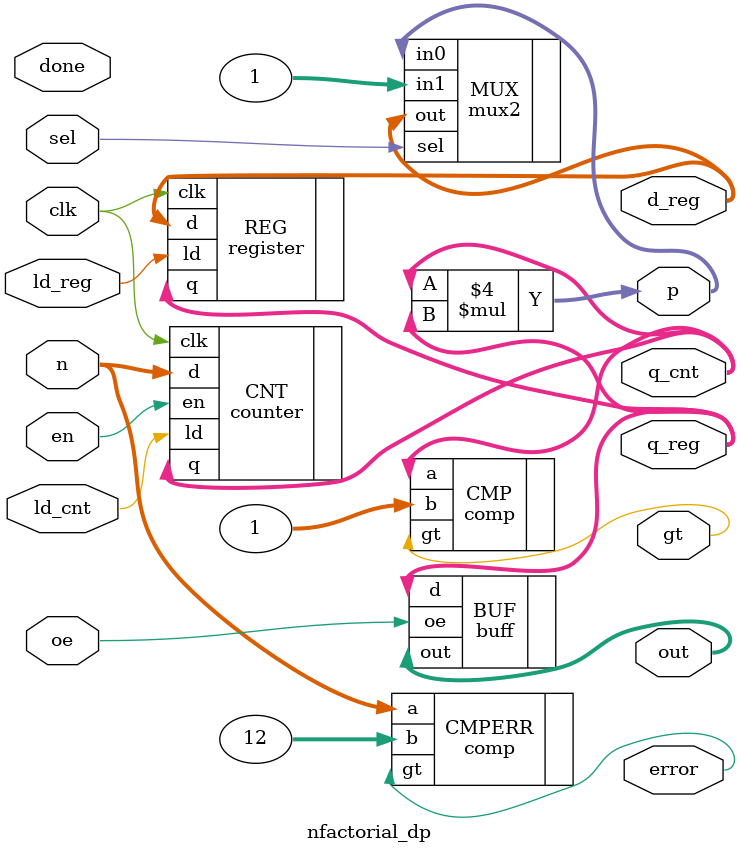
<source format=v>
`timescale 1ns / 1ps

module nfactorial_dp(
        input clk,
        input sel, ld_cnt,en,ld_reg,oe,done,
        input [3:0] n,
        output gt, 
        output error,
        //outputs used for verification
        output [3:0] q_cnt,
        output [31:0] q_reg,
        output [31:0] d_reg,
        output [31:0] p,
        output [31:0] out
    );
    
    parameter WIDTH = 4;
    
    //Control Signals input from CU
    /*wire sel = ctrl[5];
    wire ld_cnt = ctrl[4];
    wire en = ctrl[3];
    wire ld_reg = ctrl[2];
    wire oe = ctrl[1];
    wire done = ctrl[0];*/
    
    //Counter output
    //wire error;
    //wire [WIDTH-1:0] q_cnt; 
    //Multiplier output
    //wire [31:0] p;   
    //Register 
    //wire [31:0] d_reg;
    //wire [31:0] q_reg;
    
    counter CNT(
        .clk    (clk),
        .en     (en),
        .ld     (ld_cnt),
        .d      (n),
        .q      (q_cnt)
    );
    
    comp CMPERR(
        .a     (n),
        .b     (12),
        .gt    (error)
    );
    
    comp CMP(
        .a      (q_cnt),
        .b      (1),
        .gt     (gt)
    );
    
    mux2 #(32) MUX(
        .sel    (sel),
        .in0    (p),
        .in1    (1),
        .out    (d_reg)
    );
    

    register #(32)REG(
        .ld     (ld_reg),
        .clk    (clk),
        .d      (d_reg),
        .q      (q_reg)
    ); 
    

    /*multiplier#(32) MUL(
        .a      (q_cnt),
        .b      (q_reg),
        .p      (p)    
    );*/
    assign p = q_cnt * q_reg;
    
    buff #(32)BUF(
        .oe     (oe),
        .d      (q_reg),
        .out    (out)
    );
         
endmodule

</source>
